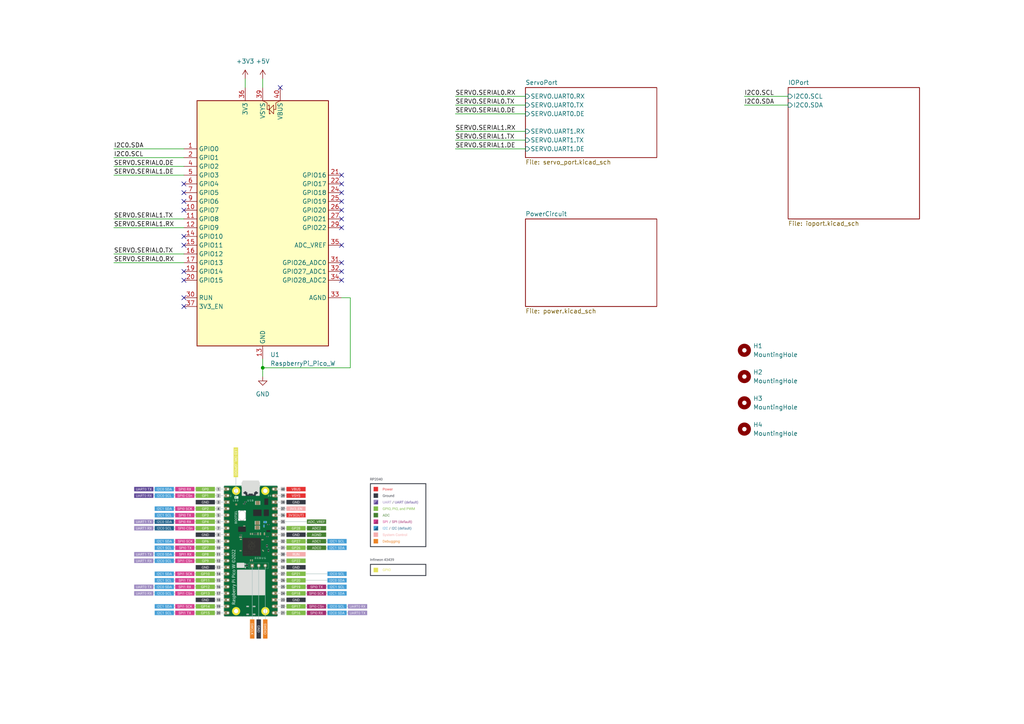
<source format=kicad_sch>
(kicad_sch (version 20231120) (generator "eeschema") (generator_version "8.0")
  (paper "A4")
  (lib_symbols
    (symbol "MCU_Module_RaspberryPi_Pico:RaspberryPi_Pico_W"
      (property "Reference" "U" (at -19.05 38.1 0))
      (property "Value" "RaspberryPi_Pico_W" (at 7.62 38.1 0))
      (symbol "RaspberryPi_Pico_W_0_1"
        (rectangle (start -19.05 36.83) (end 19.05 -34.29) (stroke (width 0.254)) (fill (type background)))
        (polyline (pts (xy 0 36.83) (xy 1.27 36.195) (xy 1.27 34.29) (xy 1.905 34.29)))
        (polyline (pts (xy 1.905 34.29) (xy 3.175 35.56) (xy 3.175 33.02) (xy 1.905 34.29)))
        (polyline (pts (xy 5.08 36.83) (xy 3.81 36.195) (xy 3.81 34.29) (xy 3.175 34.29)))
        (polyline (pts (xy 1.651 35.306) (xy 1.651 35.56) (xy 1.905 35.56) (xy 1.905 33.02) (xy 2.159 33.02) (xy 2.159 33.274)))
      )
      (symbol "RaspberryPi_Pico_W_1_1"
        (pin bidirectional line (at -22.86 22.86 0) (length 3.81) (name "GPIO0") (number "1"))
        (pin bidirectional line (at -22.86 5.08 0) (length 3.81) (name "GPIO7") (number "10"))
        (pin bidirectional line (at -22.86 2.54 0) (length 3.81) (name "GPIO8") (number "11"))
        (pin bidirectional line (at -22.86 0 0) (length 3.81) (name "GPIO9") (number "12"))
        (pin power_out line (at 0 -38.1 90) (length 3.81) (name "GND") (number "13"))
        (pin bidirectional line (at -22.86 -2.54 0) (length 3.81) (name "GPIO10") (number "14"))
        (pin bidirectional line (at -22.86 -5.08 0) (length 3.81) (name "GPIO11") (number "15"))
        (pin bidirectional line (at -22.86 -7.62 0) (length 3.81) (name "GPIO12") (number "16"))
        (pin bidirectional line (at -22.86 -10.16 0) (length 3.81) (name "GPIO13") (number "17"))
        (pin passive line (at 0 -38.1 90) (length 3.81) hide (name "GND") (number "18"))
        (pin bidirectional line (at -22.86 -12.7 0) (length 3.81) (name "GPIO14") (number "19"))
        (pin bidirectional line (at -22.86 20.32 0) (length 3.81) (name "GPIO1") (number "2"))
        (pin bidirectional line (at -22.86 -15.24 0) (length 3.81) (name "GPIO15") (number "20"))
        (pin bidirectional line (at 22.86 15.24 180) (length 3.81) (name "GPIO16") (number "21"))
        (pin bidirectional line (at 22.86 12.7 180) (length 3.81) (name "GPIO17") (number "22"))
        (pin passive line (at 0 -38.1 90) (length 3.81) hide (name "GND") (number "23"))
        (pin bidirectional line (at 22.86 10.16 180) (length 3.81) (name "GPIO18") (number "24"))
        (pin bidirectional line (at 22.86 7.62 180) (length 3.81) (name "GPIO19") (number "25"))
        (pin bidirectional line (at 22.86 5.08 180) (length 3.81) (name "GPIO20") (number "26"))
        (pin bidirectional line (at 22.86 2.54 180) (length 3.81) (name "GPIO21") (number "27"))
        (pin passive line (at 0 -38.1 90) (length 3.81) hide (name "GND") (number "28"))
        (pin bidirectional line (at 22.86 0 180) (length 3.81) (name "GPIO22") (number "29"))
        (pin passive line (at 0 -38.1 90) (length 3.81) hide (name "GND") (number "3"))
        (pin input line (at -22.86 -20.32 0) (length 3.81) (name "RUN") (number "30"))
        (pin bidirectional line (at 22.86 -10.16 180) (length 3.81) (name "GPIO26_ADC0") (number "31"))
        (pin bidirectional line (at 22.86 -12.7 180) (length 3.81) (name "GPIO27_ADC1") (number "32"))
        (pin power_in line (at 22.86 -20.32 180) (length 3.81) (name "AGND") (number "33"))
        (pin bidirectional line (at 22.86 -15.24 180) (length 3.81) (name "GPIO28_ADC2") (number "34"))
        (pin power_in line (at 22.86 -5.08 180) (length 3.81) (name "ADC_VREF") (number "35"))
        (pin power_out line (at -5.08 40.64 270) (length 3.81) (name "3V3") (number "36"))
        (pin input line (at -22.86 -22.86 0) (length 3.81) (name "3V3_EN") (number "37"))
        (pin passive line (at 0 -38.1 90) (length 3.81) hide (name "GND") (number "38"))
        (pin power_in line (at 0 40.64 270) (length 3.81) (name "VSYS") (number "39"))
        (pin bidirectional line (at -22.86 17.78 0) (length 3.81) (name "GPIO2") (number "4"))
        (pin power_out line (at 5.08 40.64 270) (length 3.81) (name "VBUS") (number "40"))
        (pin bidirectional line (at -22.86 15.24 0) (length 3.81) (name "GPIO3") (number "5"))
        (pin bidirectional line (at -22.86 12.7 0) (length 3.81) (name "GPIO4") (number "6"))
        (pin bidirectional line (at -22.86 10.16 0) (length 3.81) (name "GPIO5") (number "7"))
        (pin passive line (at 0 -38.1 90) (length 3.81) hide (name "GND") (number "8"))
        (pin bidirectional line (at -22.86 7.62 0) (length 3.81) (name "GPIO6") (number "9"))
      )
    )
    (symbol "Mechanical:MountingHole" (pin_names (offset 1.016))
      (property "Reference" "H" (at 0 5.08 0))
      (property "Value" "MountingHole" (at 0 3.175 0))
      (symbol "MountingHole_0_1"
        (circle (center 0 0) (radius 1.27) (stroke (width 1.27)))
      )
    )
    (symbol "power:+3V3" (power) (pin_names (offset 0))
      (property "Value" "+3V3" (at 0 3.556 0))
      (symbol "+3V3_0_1"
        (polyline (pts (xy -0.762 1.27) (xy 0 2.54)))
        (polyline (pts (xy 0 0) (xy 0 2.54)))
        (polyline (pts (xy 0 2.54) (xy 0.762 1.27)))
      )
      (symbol "+3V3_1_1"
        (pin power_in line (at 0 0 90) (length 0) hide (name "+3V3") (number "1"))
      )
    )
    (symbol "power:+5V" (power) (pin_names (offset 0))
      (property "Value" "+5V" (at 0 3.556 0))
      (symbol "+5V_0_1"
        (polyline (pts (xy -0.762 1.27) (xy 0 2.54)))
        (polyline (pts (xy 0 0) (xy 0 2.54)))
        (polyline (pts (xy 0 2.54) (xy 0.762 1.27)))
      )
      (symbol "+5V_1_1"
        (pin power_in line (at 0 0 90) (length 0) hide (name "+5V") (number "1"))
      )
    )
    (symbol "power:GND" (power) (pin_names (offset 0))
      (property "Value" "GND" (at 0 -3.81 0))
      (symbol "GND_0_1"
        (polyline (pts (xy 0 0) (xy 0 -1.27) (xy 1.27 -1.27) (xy 0 -2.54) (xy -1.27 -1.27) (xy 0 -1.27)))
      )
      (symbol "GND_1_1"
        (pin power_in line (at 0 0 270) (length 0) hide (name "GND") (number "1"))
      )
    )
  )
  (junction (at 76.2 106.68))
  (no_connect (at 99.06 50.8))
  (no_connect (at 53.34 58.42))
  (no_connect (at 99.06 76.2))
  (no_connect (at 99.06 58.42))
  (no_connect (at 53.34 81.28))
  (no_connect (at 53.34 53.34))
  (no_connect (at 81.28 25.4))
  (no_connect (at 53.34 78.74))
  (no_connect (at 99.06 78.74))
  (no_connect (at 53.34 60.96))
  (no_connect (at 53.34 55.88))
  (no_connect (at 53.34 88.9))
  (no_connect (at 53.34 86.36))
  (no_connect (at 99.06 81.28))
  (no_connect (at 53.34 71.12))
  (no_connect (at 99.06 53.34))
  (no_connect (at 99.06 55.88))
  (no_connect (at 99.06 60.96))
  (no_connect (at 99.06 71.12))
  (no_connect (at 99.06 63.5))
  (no_connect (at 53.34 68.58))
  (no_connect (at 99.06 66.04))
  (wire (pts (xy 71.12 22.86) (xy 71.12 25.4)))
  (wire (pts (xy 53.34 76.2) (xy 33.02 76.2)))
  (wire (pts (xy 101.6 106.68) (xy 76.2 106.68)))
  (wire (pts (xy 76.2 104.14) (xy 76.2 106.68)))
  (wire (pts (xy 132.08 30.48) (xy 152.4 30.48)))
  (wire (pts (xy 132.08 27.94) (xy 152.4 27.94)))
  (wire (pts (xy 53.34 63.5) (xy 33.02 63.5)))
  (wire (pts (xy 132.08 40.64) (xy 152.4 40.64)))
  (wire (pts (xy 215.9 27.94) (xy 228.6 27.94)))
  (wire (pts (xy 215.9 30.48) (xy 228.6 30.48)))
  (wire (pts (xy 132.08 38.1) (xy 152.4 38.1)))
  (wire (pts (xy 132.08 43.18) (xy 152.4 43.18)))
  (wire (pts (xy 101.6 86.36) (xy 101.6 106.68)))
  (wire (pts (xy 76.2 106.68) (xy 76.2 109.22)))
  (wire (pts (xy 53.34 66.04) (xy 33.02 66.04)))
  (wire (pts (xy 53.34 45.72) (xy 33.02 45.72)))
  (wire (pts (xy 132.08 33.02) (xy 152.4 33.02)))
  (wire (pts (xy 76.2 25.4) (xy 76.2 22.86)))
  (wire (pts (xy 53.34 48.26) (xy 33.02 48.26)))
  (wire (pts (xy 99.06 86.36) (xy 101.6 86.36)))
  (wire (pts (xy 53.34 43.18) (xy 33.02 43.18)))
  (wire (pts (xy 53.34 73.66) (xy 33.02 73.66)))
  (wire (pts (xy 53.34 50.8) (xy 33.02 50.8)))
  (image (at 81.28 157.48) (scale 0.379522))
  (label "SERVO.SERIAL1.TX" (at 132.08 40.64 0))
  (label "I2C0.SCL" (at 215.9 27.94 0))
  (label "SERVO.SERIAL1.TX" (at 33.02 63.5 0))
  (label "SERVO.SERIAL0.RX" (at 132.08 27.94 0))
  (label "SERVO.SERIAL1.DE" (at 33.02 50.8 0))
  (label "SERVO.SERIAL1.DE" (at 132.08 43.18 0))
  (label "SERVO.SERIAL0.DE" (at 132.08 33.02 0))
  (label "SERVO.SERIAL0.RX" (at 33.02 76.2 0))
  (label "SERVO.SERIAL1.RX" (at 33.02 66.04 0))
  (label "I2C0.SDA" (at 215.9 30.48 0))
  (label "SERVO.SERIAL1.RX" (at 132.08 38.1 0))
  (label "SERVO.SERIAL0.TX" (at 132.08 30.48 0))
  (label "SERVO.SERIAL0.DE" (at 33.02 48.26 0))
  (label "I2C0.SDA" (at 33.02 43.18 0))
  (label "SERVO.SERIAL0.TX" (at 33.02 73.66 0))
  (label "I2C0.SCL" (at 33.02 45.72 0))
  (symbol (lib_id "Mechanical:MountingHole") (at 215.9 101.6 0) (unit 1)
    (property "Reference" "H1" (at 218.44 100.33 0) (effects (justify left)))
    (property "Value" "MountingHole" (at 218.44 102.87 0) (effects (justify left)))
    (property "Footprint" "MountingHole:MountingHole_3.2mm_M3" (effects (hide yes)))
  )
  (symbol (lib_id "power:GND") (at 76.2 109.22 0) (unit 1)
    (property "Reference" "#PWR03" (effects (hide yes)))
    (property "Value" "GND" (at 76.2 114.3 0))
  )
  (symbol (lib_id "power:+5V") (at 76.2 22.86 0) (unit 1)
    (property "Reference" "#PWR02" (effects (hide yes)))
    (property "Value" "+5V" (at 76.2 17.78 0))
  )
  (symbol (lib_id "MCU_Module_RaspberryPi_Pico:RaspberryPi_Pico_W") (at 76.2 66.04 0) (unit 1)
    (property "Reference" "U1" (at 78.3941 102.87 0) (effects (justify left)))
    (property "Value" "RaspberryPi_Pico_W" (at 78.3941 105.41 0) (effects (justify left)))
    (property "Footprint" "Module_RaspberryPi_Pico:RaspberryPi_Pico_Common_THT" (effects (hide yes)))
    (property "Datasheet" "https://datasheets.raspberrypi.com/picow/pico-w-datasheet.pdf" (effects (hide yes)))
  )
  (symbol (lib_id "Mechanical:MountingHole") (at 215.9 124.46 0) (unit 1)
    (property "Reference" "H4" (at 218.44 123.19 0) (effects (justify left)))
    (property "Value" "MountingHole" (at 218.44 125.73 0) (effects (justify left)))
    (property "Footprint" "MountingHole:MountingHole_3.2mm_M3" (effects (hide yes)))
  )
  (symbol (lib_id "Mechanical:MountingHole") (at 215.9 116.84 0) (unit 1)
    (property "Reference" "H3" (at 218.44 115.57 0) (effects (justify left)))
    (property "Value" "MountingHole" (at 218.44 118.11 0) (effects (justify left)))
    (property "Footprint" "MountingHole:MountingHole_3.2mm_M3" (effects (hide yes)))
  )
  (symbol (lib_id "Mechanical:MountingHole") (at 215.9 109.22 0) (unit 1)
    (property "Reference" "H2" (at 218.44 107.95 0) (effects (justify left)))
    (property "Value" "MountingHole" (at 218.44 110.49 0) (effects (justify left)))
    (property "Footprint" "MountingHole:MountingHole_3.2mm_M3" (effects (hide yes)))
  )
  (symbol (lib_id "power:+3V3") (at 71.12 22.86 0) (unit 1)
    (property "Reference" "#PWR01" (effects (hide yes)))
    (property "Value" "+3V3" (at 71.12 17.78 0))
  )
  (sheet (at 152.4 25.4) (size 38.1 20.32) (stroke (width 0.1524))
    (property "Sheetname" "ServoPort" (at 152.4 24.6884 0) (effects (justify left bottom)))
    (property "Sheetfile" "servo_port.kicad_sch" (at 152.4 46.3046 0) (effects (justify left top)))
    (pin "SERVO.UART1.DE" input (at 152.4 43.18 180))
    (pin "SERVO.UART1.TX" input (at 152.4 40.64 180))
    (pin "SERVO.UART1.RX" input (at 152.4 38.1 180))
    (pin "SERVO.UART0.RX" input (at 152.4 27.94 180))
    (pin "SERVO.UART0.DE" input (at 152.4 33.02 180))
    (pin "SERVO.UART0.TX" input (at 152.4 30.48 180))
  )
  (sheet (at 152.4 63.5) (size 38.1 25.4) (stroke (width 0.1524))
    (property "Sheetname" "PowerCircuit" (at 152.4 62.7884 0) (effects (justify left bottom)))
    (property "Sheetfile" "power.kicad_sch" (at 152.4 89.4846 0) (effects (justify left top)))
  )
  (sheet (at 228.6 25.4) (size 38.1 38.1) (stroke (width 0.1524))
    (property "Sheetname" "IOPort" (at 228.6 24.6884 0) (effects (justify left bottom)))
    (property "Sheetfile" "ioport.kicad_sch" (at 228.6 64.0846 0) (effects (justify left top)))
    (pin "I2C0.SDA" input (at 228.6 30.48 180))
    (pin "I2C0.SCL" input (at 228.6 27.94 180))
  )
)
</source>
